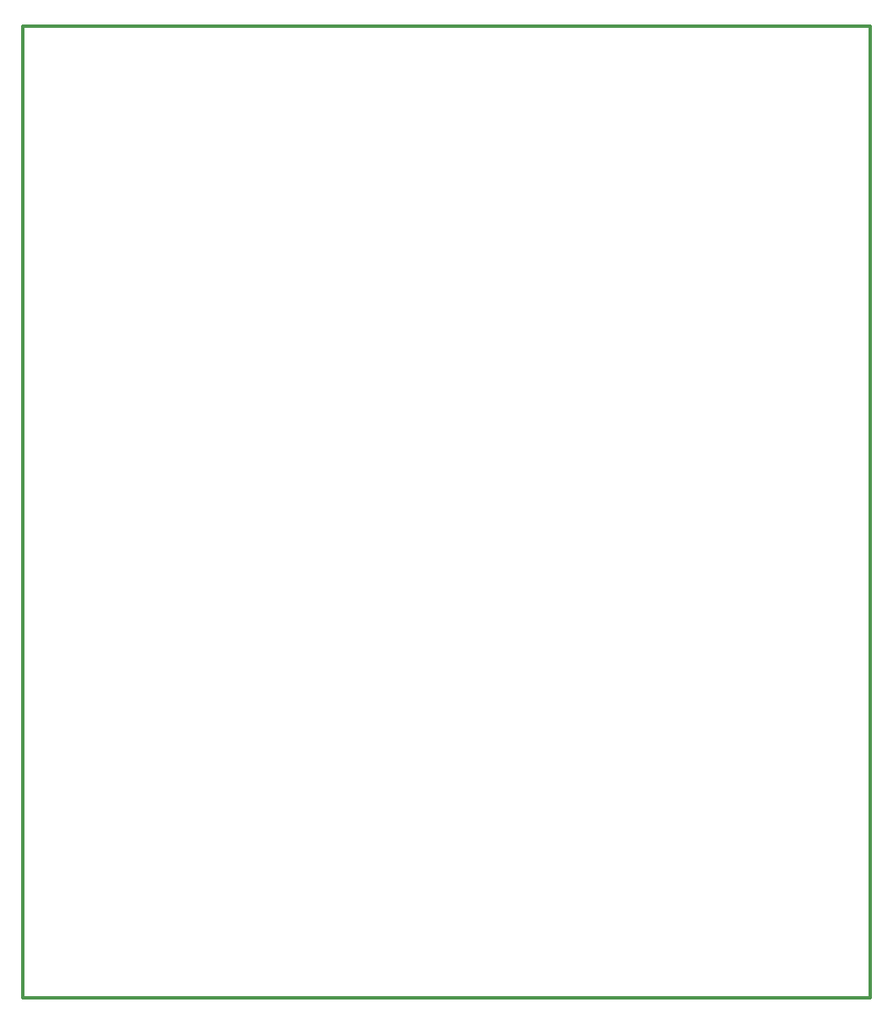
<source format=gko>
%FSLAX43Y43*%
%MOMM*%
G71*
G01*
G75*
%ADD10C,0.300*%
%ADD11R,1.800X1.600*%
%ADD12R,1.600X1.800*%
%ADD13R,4.000X3.000*%
%ADD14R,0.850X1.300*%
%ADD15R,1.300X0.850*%
%ADD16R,2.200X0.600*%
%ADD17R,2.200X0.600*%
%ADD18C,1.000*%
%ADD19C,0.400*%
%ADD20C,0.500*%
%ADD21C,0.800*%
%ADD22C,0.600*%
%ADD23C,2.000*%
%ADD24C,1.500*%
%ADD25R,1.400X1.400*%
%ADD26C,1.400*%
%ADD27C,5.000*%
%ADD28R,1.500X1.500*%
%ADD29C,1.500*%
%ADD30R,2.000X2.000*%
%ADD31C,1.100*%
%ADD32C,0.075*%
%ADD33R,1.600X2.100*%
%ADD34R,0.600X2.200*%
%ADD35R,0.600X2.200*%
%ADD36R,1.000X2.600*%
%ADD37R,10.200X7.300*%
%ADD38R,1.500X3.000*%
%ADD39R,12.200X9.300*%
%ADD40R,0.800X1.600*%
%ADD41R,1.600X2.800*%
%ADD42R,1.850X0.600*%
%ADD43R,1.700X2.200*%
%ADD44R,1.700X3.000*%
%ADD45R,1.700X2.800*%
%ADD46R,1.600X1.600*%
%ADD47C,1.500*%
%ADD48R,2.003X1.803*%
%ADD49R,1.803X2.003*%
%ADD50R,4.203X3.203*%
%ADD51R,1.053X1.503*%
%ADD52R,1.503X1.053*%
%ADD53R,2.403X0.803*%
%ADD54R,2.403X0.803*%
%ADD55C,2.203*%
%ADD56C,1.703*%
%ADD57R,1.603X1.603*%
%ADD58C,1.603*%
%ADD59C,5.203*%
%ADD60R,1.703X1.703*%
%ADD61C,1.703*%
%ADD62R,2.203X2.203*%
%ADD63C,1.303*%
%ADD64R,1.803X2.303*%
%ADD65R,0.803X2.403*%
%ADD66R,0.803X2.403*%
%ADD67R,1.203X2.803*%
%ADD68R,10.403X7.503*%
%ADD69R,1.703X3.203*%
%ADD70R,12.403X9.503*%
%ADD71R,1.003X1.803*%
%ADD72R,1.803X3.003*%
%ADD73R,2.053X0.803*%
%ADD74R,1.903X2.403*%
%ADD75R,1.903X3.203*%
%ADD76R,1.903X3.003*%
%ADD77R,1.803X1.803*%
D10*
X0Y0D02*
X85000D01*
Y97500D01*
X0D02*
X85000D01*
X0Y0D02*
Y97500D01*
M02*

</source>
